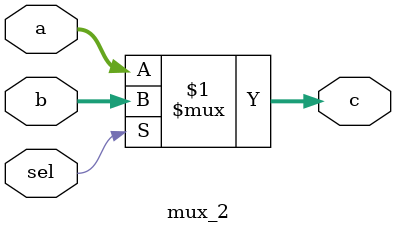
<source format=v>
`timescale 1ns / 1ps


module mux_2(a,b,sel,c);
	input wire [31:2] a;
	input wire [31:2] b;
	input wire sel;
	output wire [31:2] c;
	assign c = sel?b:a;
endmodule


</source>
